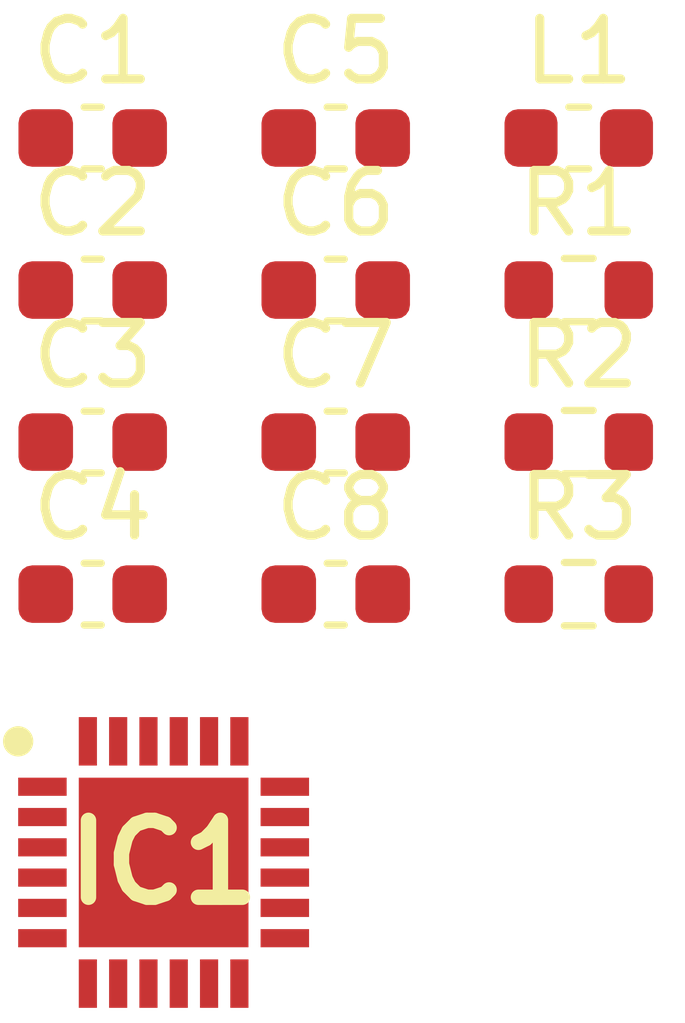
<source format=kicad_pcb>
(kicad_pcb (version 20241229) (generator "pcbnew") (generator_version "9.0")
  (layers (0 "F.Cu" signal) (2 "B.Cu" signal) (13 "F.Paste" user) (15 "B.Paste" user) (5 "F.SilkS" user "F.Silkscreen") (7 "B.SilkS" user "B.Silkscreen") (1 "F.Mask" user) (3 "B.Mask" user) (25 "Edge.Cuts" user))
  (net 0 "")
  (net 1 "/VBus")
  (net 2 "GND")
  (net 3 "Net-(IC1-BAT_1)")
  (net 4 "Net-(IC1-SW_1)")
  (net 5 "Net-(IC1-BTST)")
  (net 6 "/Output")
  (net 7 "Net-(IC1-REGN)")
  (net 8 "Net-(IC1-PMID)")
  (net 13 "/TS")
  (net 17 "Net-(IC1-ILIM)")
  (footprint "Resistor_SMD:R_0603_1608Metric" (layer "F.Cu") (at 101.055 61.55)
    (property "Reference" "R2" (at 0 -1.43 0) (layer "F.SilkS"))
    (property "Value" "R")
    (fp_line (start -0.237258 -0.5225) (end 0.237258 -0.5225) (stroke (width 0.12)) (layer "F.SilkS"))
    (fp_line (start -0.237258 0.5225) (end 0.237258 0.5225) (stroke (width 0.12)) (layer "F.SilkS"))
    (pad "1" smd roundrect (at -0.825 0) (size 0.8 0.95) (layers "F.Cu" "F.Mask" "F.Paste") (net 1 "/VBus"))
    (pad "2" smd roundrect (at 0.825 0) (size 0.8 0.95) (layers "F.Cu" "F.Mask" "F.Paste") (net 13 "/TS"))
  )
  (footprint "Resistor_SMD:R_0603_1608Metric" (layer "F.Cu") (at 101.055 59.04)
    (property "Reference" "R1" (at 0 -1.43 0) (layer "F.SilkS"))
    (property "Value" "120")
    (fp_line (start -0.237258 -0.5225) (end 0.237258 -0.5225) (stroke (width 0.12)) (layer "F.SilkS"))
    (fp_line (start -0.237258 0.5225) (end 0.237258 0.5225) (stroke (width 0.12)) (layer "F.SilkS"))
    (pad "1" smd roundrect (at -0.825 0) (size 0.8 0.95) (layers "F.Cu" "F.Mask" "F.Paste") (net 17 "Net-(IC1-ILIM)"))
    (pad "2" smd roundrect (at 0.825 0) (size 0.8 0.95) (layers "F.Cu" "F.Mask" "F.Paste") (net 2 "GND"))
  )
  (footprint "Capacitor_SMD:C_0603_1608Metric" (layer "F.Cu") (at 93.035 61.55)
    (property "Reference" "C3" (at 0 -1.43 0) (layer "F.SilkS"))
    (property "Value" "10u")
    (fp_line (start -0.14058 -0.51) (end 0.14058 -0.51) (stroke (width 0.12)) (layer "F.SilkS"))
    (fp_line (start -0.14058 0.51) (end 0.14058 0.51) (stroke (width 0.12)) (layer "F.SilkS"))
    (pad "1" smd roundrect (at -0.775 0) (size 0.9 0.95) (layers "F.Cu" "F.Mask" "F.Paste") (net 3 "Net-(IC1-BAT_1)"))
    (pad "2" smd roundrect (at 0.775 0) (size 0.9 0.95) (layers "F.Cu" "F.Mask" "F.Paste") (net 2 "GND"))
  )
  (footprint "Capacitor_SMD:C_0603_1608Metric" (layer "F.Cu") (at 97.045 59.04)
    (property "Reference" "C6" (at 0 -1.43 0) (layer "F.SilkS"))
    (property "Value" "10u")
    (fp_line (start -0.14058 -0.51) (end 0.14058 -0.51) (stroke (width 0.12)) (layer "F.SilkS"))
    (fp_line (start -0.14058 0.51) (end 0.14058 0.51) (stroke (width 0.12)) (layer "F.SilkS"))
    (pad "1" smd roundrect (at -0.775 0) (size 0.9 0.95) (layers "F.Cu" "F.Mask" "F.Paste") (net 6 "/Output"))
    (pad "2" smd roundrect (at 0.775 0) (size 0.9 0.95) (layers "F.Cu" "F.Mask" "F.Paste") (net 2 "GND"))
  )
  (footprint "Resistor_SMD:R_0603_1608Metric" (layer "F.Cu") (at 101.055 64.06)
    (property "Reference" "R3" (at 0 -1.43 0) (layer "F.SilkS"))
    (property "Value" "R")
    (fp_line (start -0.237258 -0.5225) (end 0.237258 -0.5225) (stroke (width 0.12)) (layer "F.SilkS"))
    (fp_line (start -0.237258 0.5225) (end 0.237258 0.5225) (stroke (width 0.12)) (layer "F.SilkS"))
    (pad "1" smd roundrect (at -0.825 0) (size 0.8 0.95) (layers "F.Cu" "F.Mask" "F.Paste") (net 13 "/TS"))
    (pad "2" smd roundrect (at 0.825 0) (size 0.8 0.95) (layers "F.Cu" "F.Mask" "F.Paste") (net 2 "GND"))
  )
  (footprint "Capacitor_SMD:C_0603_1608Metric" (layer "F.Cu") (at 93.035 64.06)
    (property "Reference" "C4" (at 0 -1.43 0) (layer "F.SilkS"))
    (property "Value" "10u")
    (fp_line (start -0.14058 -0.51) (end 0.14058 -0.51) (stroke (width 0.12)) (layer "F.SilkS"))
    (fp_line (start -0.14058 0.51) (end 0.14058 0.51) (stroke (width 0.12)) (layer "F.SilkS"))
    (pad "1" smd roundrect (at -0.775 0) (size 0.9 0.95) (layers "F.Cu" "F.Mask" "F.Paste") (net 5 "Net-(IC1-BTST)"))
    (pad "2" smd roundrect (at 0.775 0) (size 0.9 0.95) (layers "F.Cu" "F.Mask" "F.Paste") (net 4 "Net-(IC1-SW_1)"))
  )
  (footprint "Capacitor_SMD:C_0603_1608Metric" (layer "F.Cu") (at 97.045 61.55)
    (property "Reference" "C7" (at 0 -1.43 0) (layer "F.SilkS"))
    (property "Value" "4.7u")
    (fp_line (start -0.14058 -0.51) (end 0.14058 -0.51) (stroke (width 0.12)) (layer "F.SilkS"))
    (fp_line (start -0.14058 0.51) (end 0.14058 0.51) (stroke (width 0.12)) (layer "F.SilkS"))
    (pad "1" smd roundrect (at -0.775 0) (size 0.9 0.95) (layers "F.Cu" "F.Mask" "F.Paste") (net 2 "GND"))
    (pad "2" smd roundrect (at 0.775 0) (size 0.9 0.95) (layers "F.Cu" "F.Mask" "F.Paste") (net 7 "Net-(IC1-REGN)"))
  )
  (footprint "Capacitor_SMD:C_0603_1608Metric" (layer "F.Cu") (at 97.045 64.06)
    (property "Reference" "C8" (at 0 -1.43 0) (layer "F.SilkS"))
    (property "Value" "40u")
    (fp_line (start -0.14058 -0.51) (end 0.14058 -0.51) (stroke (width 0.12)) (layer "F.SilkS"))
    (fp_line (start -0.14058 0.51) (end 0.14058 0.51) (stroke (width 0.12)) (layer "F.SilkS"))
    (pad "1" smd roundrect (at -0.775 0) (size 0.9 0.95) (layers "F.Cu" "F.Mask" "F.Paste") (net 2 "GND"))
    (pad "2" smd roundrect (at 0.775 0) (size 0.9 0.95) (layers "F.Cu" "F.Mask" "F.Paste") (net 8 "Net-(IC1-PMID)"))
  )
  (footprint "Fooprints:QFN50P400X400X80-25N-D" (layer "F.Cu") (at 94.205 68.49)
    (property "Reference" "IC1" (at 0 0 0) (layer "F.SilkS") (effects (font (size 1.27 1.27) (thickness 0.254))))
    (property "Value" "BQ25895MRTWT" (hide yes))
    (fp_circle (center -2.4 -2) (end -2.4 -1.875) (stroke (width 0.25)) (fill no) (layer "F.SilkS"))
    (pad "1" smd rect (at -2 -1.25 90) (size 0.3 0.8) (layers "F.Cu" "F.Mask" "F.Paste") (net 1 "/VBus"))
    (pad "2" smd rect (at -2 -0.75 90) (size 0.3 0.8) (layers "F.Cu" "F.Mask" "F.Paste"))
    (pad "3" smd rect (at -2 -0.25 90) (size 0.3 0.8) (layers "F.Cu" "F.Mask" "F.Paste"))
    (pad "4" smd rect (at -2 0.25 90) (size 0.3 0.8) (layers "F.Cu" "F.Mask" "F.Paste"))
    (pad "5" smd rect (at -2 0.75 90) (size 0.3 0.8) (layers "F.Cu" "F.Mask" "F.Paste"))
    (pad "6" smd rect (at -2 1.25 90) (size 0.3 0.8) (layers "F.Cu" "F.Mask" "F.Paste"))
    (pad "7" smd rect (at -1.25 2) (size 0.3 0.8) (layers "F.Cu" "F.Mask" "F.Paste"))
    (pad "8" smd rect (at -0.75 2) (size 0.3 0.8) (layers "F.Cu" "F.Mask" "F.Paste"))
    (pad "9" smd rect (at -0.25 2) (size 0.3 0.8) (layers "F.Cu" "F.Mask" "F.Paste") (net 2 "GND"))
    (pad "10" smd rect (at 0.25 2) (size 0.3 0.8) (layers "F.Cu" "F.Mask" "F.Paste") (net 17 "Net-(IC1-ILIM)"))
    (pad "11" smd rect (at 0.75 2) (size 0.3 0.8) (layers "F.Cu" "F.Mask" "F.Paste") (net 13 "/TS"))
    (pad "12" smd rect (at 1.25 2) (size 0.3 0.8) (layers "F.Cu" "F.Mask" "F.Paste") (net 2 "GND"))
    (pad "13" smd rect (at 2 1.25 90) (size 0.3 0.8) (layers "F.Cu" "F.Mask" "F.Paste") (net 3 "Net-(IC1-BAT_1)"))
    (pad "14" smd rect (at 2 0.75 90) (size 0.3 0.8) (layers "F.Cu" "F.Mask" "F.Paste") (net 3 "Net-(IC1-BAT_1)"))
    (pad "15" smd rect (at 2 0.25 90) (size 0.3 0.8) (layers "F.Cu" "F.Mask" "F.Paste") (net 6 "/Output"))
    (pad "16" smd rect (at 2 -0.25 90) (size 0.3 0.8) (layers "F.Cu" "F.Mask" "F.Paste") (net 6 "/Output"))
    (pad "17" smd rect (at 2 -0.75 90) (size 0.3 0.8) (layers "F.Cu" "F.Mask" "F.Paste") (net 2 "GND"))
    (pad "18" smd rect (at 2 -1.25 90) (size 0.3 0.8) (layers "F.Cu" "F.Mask" "F.Paste") (net 2 "GND"))
    (pad "19" smd rect (at 1.25 -2) (size 0.3 0.8) (layers "F.Cu" "F.Mask" "F.Paste") (net 4 "Net-(IC1-SW_1)"))
    (pad "20" smd rect (at 0.75 -2) (size 0.3 0.8) (layers "F.Cu" "F.Mask" "F.Paste") (net 4 "Net-(IC1-SW_1)"))
    (pad "21" smd rect (at 0.25 -2) (size 0.3 0.8) (layers "F.Cu" "F.Mask" "F.Paste") (net 5 "Net-(IC1-BTST)"))
    (pad "22" smd rect (at -0.25 -2) (size 0.3 0.8) (layers "F.Cu" "F.Mask" "F.Paste") (net 7 "Net-(IC1-REGN)"))
    (pad "23" smd rect (at -0.75 -2) (size 0.3 0.8) (layers "F.Cu" "F.Mask" "F.Paste") (net 8 "Net-(IC1-PMID)"))
    (pad "24" smd rect (at -1.25 -2) (size 0.3 0.8) (layers "F.Cu" "F.Mask" "F.Paste") (net 2 "GND"))
    (pad "25" smd rect (at 0 0) (size 2.8 2.8) (layers "F.Cu" "F.Mask" "F.Paste") (net 2 "GND"))
  )
  (footprint "Capacitor_SMD:C_0603_1608Metric" (layer "F.Cu") (at 93.035 56.53)
    (property "Reference" "C1" (at 0 -1.43 0) (layer "F.SilkS"))
    (property "Value" "1u")
    (fp_line (start -0.14058 -0.51) (end 0.14058 -0.51) (stroke (width 0.12)) (layer "F.SilkS"))
    (fp_line (start -0.14058 0.51) (end 0.14058 0.51) (stroke (width 0.12)) (layer "F.SilkS"))
    (pad "1" smd roundrect (at -0.775 0) (size 0.9 0.95) (layers "F.Cu" "F.Mask" "F.Paste") (net 1 "/VBus"))
    (pad "2" smd roundrect (at 0.775 0) (size 0.9 0.95) (layers "F.Cu" "F.Mask" "F.Paste") (net 2 "GND"))
  )
  (footprint "Inductor_SMD:L_0603_1608Metric" (layer "F.Cu") (at 101.055 56.53)
    (property "Reference" "L1" (at 0 -1.43 0) (layer "F.SilkS"))
    (property "Value" "2.2u")
    (fp_line (start -0.162779 -0.51) (end 0.162779 -0.51) (stroke (width 0.12)) (layer "F.SilkS"))
    (fp_line (start -0.162779 0.51) (end 0.162779 0.51) (stroke (width 0.12)) (layer "F.SilkS"))
    (pad "1" smd roundrect (at -0.7875 0) (size 0.875 0.95) (layers "F.Cu" "F.Mask" "F.Paste") (net 4 "Net-(IC1-SW_1)"))
    (pad "2" smd roundrect (at 0.7875 0) (size 0.875 0.95) (layers "F.Cu" "F.Mask" "F.Paste") (net 6 "/Output"))
  )
  (footprint "Capacitor_SMD:C_0603_1608Metric" (layer "F.Cu") (at 93.035 59.04)
    (property "Reference" "C2" (at 0 -1.43 0) (layer "F.SilkS"))
    (property "Value" "40u")
    (fp_line (start -0.14058 -0.51) (end 0.14058 -0.51) (stroke (width 0.12)) (layer "F.SilkS"))
    (fp_line (start -0.14058 0.51) (end 0.14058 0.51) (stroke (width 0.12)) (layer "F.SilkS"))
    (pad "1" smd roundrect (at -0.775 0) (size 0.9 0.95) (layers "F.Cu" "F.Mask" "F.Paste") (net 1 "/VBus"))
    (pad "2" smd roundrect (at 0.775 0) (size 0.9 0.95) (layers "F.Cu" "F.Mask" "F.Paste") (net 2 "GND"))
  )
  (footprint "Capacitor_SMD:C_0603_1608Metric" (layer "F.Cu") (at 97.045 56.53)
    (property "Reference" "C5" (at 0 -1.43 0) (layer "F.SilkS"))
    (property "Value" "10u")
    (fp_line (start -0.14058 -0.51) (end 0.14058 -0.51) (stroke (width 0.12)) (layer "F.SilkS"))
    (fp_line (start -0.14058 0.51) (end 0.14058 0.51) (stroke (width 0.12)) (layer "F.SilkS"))
    (pad "1" smd roundrect (at -0.775 0) (size 0.9 0.95) (layers "F.Cu" "F.Mask" "F.Paste") (net 6 "/Output"))
    (pad "2" smd roundrect (at 0.775 0) (size 0.9 0.95) (layers "F.Cu" "F.Mask" "F.Paste") (net 2 "GND"))
  )
)
</source>
